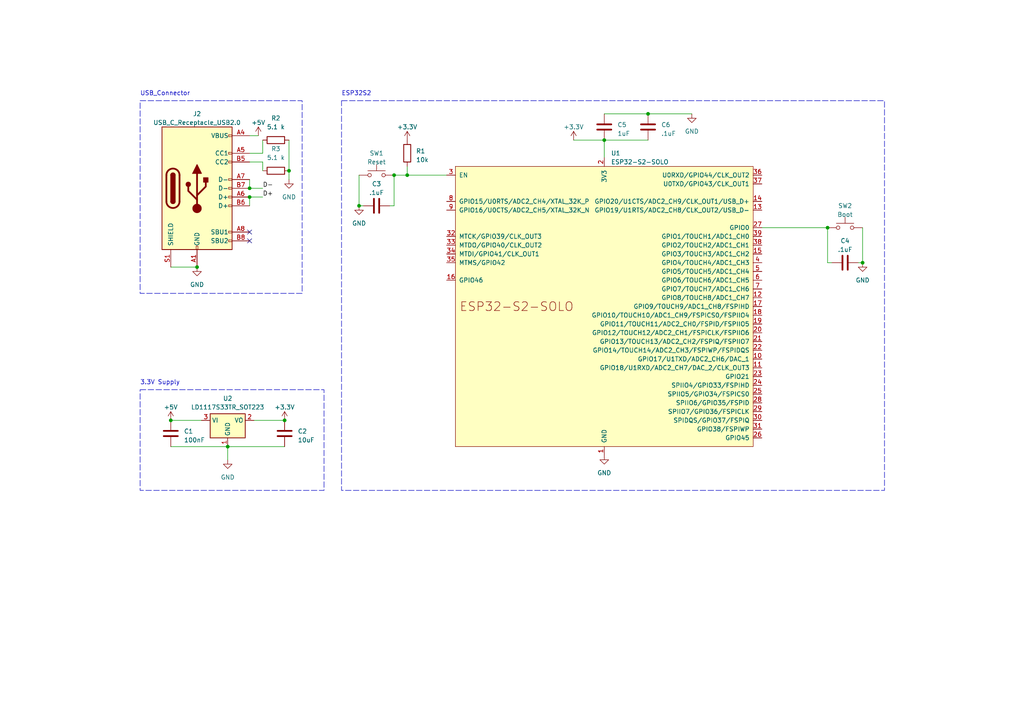
<source format=kicad_sch>
(kicad_sch (version 20250114) (generator "eeschema") (generator_version "9.0")
  (paper "A4")
  (lib_symbols
    (symbol "Connector:USB_C_Receptacle_USB2.0" (pin_names (offset 1.016))
      (property "Reference" "J" (at -10.16 19.05 0))
      (property "Value" "USB_C_Receptacle_USB2.0" (at 19.05 19.05 0))
      (symbol "USB_C_Receptacle_USB2.0_0_0"
        (rectangle (start -0.254 -17.78) (end 0.254 -16.764))
        (rectangle (start 10.16 15.494) (end 9.144 14.986))
        (rectangle (start 10.16 10.414) (end 9.144 9.906))
        (rectangle (start 10.16 7.874) (end 9.144 7.366))
        (rectangle (start 10.16 2.794) (end 9.144 2.286))
        (rectangle (start 10.16 0.254) (end 9.144 -0.254))
        (rectangle (start 10.16 -2.286) (end 9.144 -2.794))
        (rectangle (start 10.16 -4.826) (end 9.144 -5.334))
        (rectangle (start 10.16 -12.446) (end 9.144 -12.954))
        (rectangle (start 10.16 -14.986) (end 9.144 -15.494))
      )
      (symbol "USB_C_Receptacle_USB2.0_0_1"
        (rectangle (start -10.16 17.78) (end 10.16 -17.78) (stroke (width 0.254)) (fill (type background)))
        (polyline (pts (xy -8.89 -3.81) (xy -8.89 3.81)) (stroke (width 0.508)))
        (rectangle (start -7.62 -3.81) (end -6.35 3.81) (stroke (width 0.254)) (fill (type outline)))
        (arc (start -7.62 3.81) (mid -6.985 4.4423) (end -6.35 3.81) (stroke (width 0.254)))
        (arc (start -7.62 3.81) (mid -6.985 4.4423) (end -6.35 3.81) (stroke (width 0.254)) (fill (type outline)))
        (arc (start -8.89 3.81) (mid -6.985 5.7067) (end -5.08 3.81) (stroke (width 0.508)))
        (arc (start -5.08 -3.81) (mid -6.985 -5.7067) (end -8.89 -3.81) (stroke (width 0.508)))
        (arc (start -6.35 -3.81) (mid -6.985 -4.4423) (end -7.62 -3.81) (stroke (width 0.254)))
        (arc (start -6.35 -3.81) (mid -6.985 -4.4423) (end -7.62 -3.81) (stroke (width 0.254)) (fill (type outline)))
        (polyline (pts (xy -5.08 3.81) (xy -5.08 -3.81)) (stroke (width 0.508)))
        (circle (center -2.54 1.143) (radius 0.635) (stroke (width 0.254)) (fill (type outline)))
        (polyline (pts (xy -1.27 4.318) (xy 0 6.858) (xy 1.27 4.318) (xy -1.27 4.318)) (stroke (width 0.254)) (fill (type outline)))
        (polyline (pts (xy 0 -2.032) (xy 2.54 0.508) (xy 2.54 1.778)) (stroke (width 0.508)))
        (polyline (pts (xy 0 -3.302) (xy -2.54 -0.762) (xy -2.54 0.508)) (stroke (width 0.508)))
        (polyline (pts (xy 0 -5.842) (xy 0 4.318)) (stroke (width 0.508)))
        (circle (center 0 -5.842) (radius 1.27) (fill (type outline)))
        (rectangle (start 1.905 1.778) (end 3.175 3.048) (stroke (width 0.254)) (fill (type outline)))
      )
      (symbol "USB_C_Receptacle_USB2.0_1_1"
        (pin passive line (at -7.62 -22.86 90) (length 5.08) (name "SHIELD") (number "S1"))
        (pin passive line (at 0 -22.86 90) (length 5.08) (name "GND") (number "A1"))
        (pin passive line (at 0 -22.86 90) (length 5.08) (hide yes) (name "GND") (number "A12"))
        (pin passive line (at 0 -22.86 90) (length 5.08) (hide yes) (name "GND") (number "B1"))
        (pin passive line (at 0 -22.86 90) (length 5.08) (hide yes) (name "GND") (number "B12"))
        (pin passive line (at 15.24 15.24 180) (length 5.08) (name "VBUS") (number "A4"))
        (pin passive line (at 15.24 15.24 180) (length 5.08) (hide yes) (name "VBUS") (number "A9"))
        (pin passive line (at 15.24 15.24 180) (length 5.08) (hide yes) (name "VBUS") (number "B4"))
        (pin passive line (at 15.24 15.24 180) (length 5.08) (hide yes) (name "VBUS") (number "B9"))
        (pin bidirectional line (at 15.24 10.16 180) (length 5.08) (name "CC1") (number "A5"))
        (pin bidirectional line (at 15.24 7.62 180) (length 5.08) (name "CC2") (number "B5"))
        (pin bidirectional line (at 15.24 2.54 180) (length 5.08) (name "D-") (number "A7"))
        (pin bidirectional line (at 15.24 0 180) (length 5.08) (name "D-") (number "B7"))
        (pin bidirectional line (at 15.24 -2.54 180) (length 5.08) (name "D+") (number "A6"))
        (pin bidirectional line (at 15.24 -5.08 180) (length 5.08) (name "D+") (number "B6"))
        (pin bidirectional line (at 15.24 -12.7 180) (length 5.08) (name "SBU1") (number "A8"))
        (pin bidirectional line (at 15.24 -15.24 180) (length 5.08) (name "SBU2") (number "B8"))
      )
    )
    (symbol "Device:C" (pin_numbers (hide yes)) (pin_names (offset 0.254))
      (property "Reference" "C" (at 0.635 2.54 0))
      (property "Value" "C" (at 0.635 -2.54 0))
      (symbol "C_0_1"
        (polyline (pts (xy -2.032 0.762) (xy 2.032 0.762)) (stroke (width 0.508)))
        (polyline (pts (xy -2.032 -0.762) (xy 2.032 -0.762)) (stroke (width 0.508)))
      )
      (symbol "C_1_1"
        (pin passive line (at 0 3.81 270) (length 2.794) (name "~") (number "1"))
        (pin passive line (at 0 -3.81 90) (length 2.794) (name "~") (number "2"))
      )
    )
    (symbol "Device:R" (pin_numbers (hide yes)) (pin_names (offset 0))
      (property "Reference" "R" (at 2.032 0 90))
      (property "Value" "R" (at 0 0 90))
      (symbol "R_0_1"
        (rectangle (start -1.016 -2.54) (end 1.016 2.54) (stroke (width 0.254)))
      )
      (symbol "R_1_1"
        (pin passive line (at 0 3.81 270) (length 1.27) (name "~") (number "1"))
        (pin passive line (at 0 -3.81 90) (length 1.27) (name "~") (number "2"))
      )
    )
    (symbol "Regulator_Linear:LD1117S33TR_SOT223"
      (property "Reference" "U" (at -3.81 3.175 0))
      (property "Value" "LD1117S33TR_SOT223" (at 0 3.175 0))
      (symbol "LD1117S33TR_SOT223_0_1"
        (rectangle (start -5.08 -5.08) (end 5.08 1.905) (stroke (width 0.254)) (fill (type background)))
      )
      (symbol "LD1117S33TR_SOT223_1_1"
        (pin power_in line (at -7.62 0 0) (length 2.54) (name "VI") (number "3"))
        (pin power_in line (at 0 -7.62 90) (length 2.54) (name "GND") (number "1"))
        (pin power_out line (at 7.62 0 180) (length 2.54) (name "VO") (number "2"))
      )
    )
    (symbol "Switch:SW_Omron_B3FS" (pin_numbers (hide yes)) (pin_names (offset 1.016) (hide yes))
      (property "Reference" "SW" (at 1.27 2.54 0))
      (property "Value" "SW_Omron_B3FS" (at 0 -1.524 0))
      (symbol "SW_Omron_B3FS_0_1"
        (circle (center -2.032 0) (radius 0.508))
        (polyline (pts (xy 0 1.27) (xy 0 3.048)))
        (circle (center 2.032 0) (radius 0.508))
        (polyline (pts (xy 2.54 1.27) (xy -2.54 1.27)))
        (pin passive line (at -5.08 0 0) (length 2.54) (name "1") (number "1"))
        (pin passive line (at 5.08 0 180) (length 2.54) (name "2") (number "2"))
      )
    )
    (symbol "esp32:ESP32-S2-SOLO" (pin_names (offset 1.016))
      (property "Reference" "U" (at -43.18 45.72 0))
      (property "Value" "ESP32-S2-SOLO" (at -43.18 43.18 0))
      (symbol "ESP32-S2-SOLO_0_1"
        (rectangle (start -43.18 40.64) (end 43.18 -40.64) (fill (type background)))
      )
      (symbol "ESP32-S2-SOLO_1_1"
        (text "ESP32-S2-SOLO" (at -25.4 0 0) (effects (font (size 2.54 2.54))))
        (pin bidirectional line (at -45.72 38.1 0) (length 2.54) (name "EN") (number "3"))
        (pin bidirectional line (at -45.72 30.48 0) (length 2.54) (name "GPIO15/U0RTS/ADC2_CH4/XTAL_32K_P") (number "8"))
        (pin bidirectional line (at -45.72 27.94 0) (length 2.54) (name "GPIO16/U0CTS/ADC2_CH5/XTAL_32K_N") (number "9"))
        (pin bidirectional line (at -45.72 20.32 0) (length 2.54) (name "MTCK/GPIO39/CLK_OUT3") (number "32"))
        (pin bidirectional line (at -45.72 17.78 0) (length 2.54) (name "MTDO/GPIO40/CLK_OUT2") (number "33"))
        (pin bidirectional line (at -45.72 15.24 0) (length 2.54) (name "MTDI/GPIO41/CLK_OUT1") (number "34"))
        (pin bidirectional line (at -45.72 12.7 0) (length 2.54) (name "MTMS/GPIO42") (number "35"))
        (pin input line (at -45.72 7.62 0) (length 2.54) (name "GPIO46") (number "16"))
        (pin power_in line (at 0 43.18 270) (length 2.54) (name "3V3") (number "2"))
        (pin power_in line (at 0 -43.18 90) (length 2.54) (name "GND") (number "1"))
        (pin passive line (at 0 -43.18 90) (length 2.54) (hide yes) (name "GND") (number "40"))
        (pin passive line (at 0 -43.18 90) (length 2.54) (hide yes) (name "GND") (number "41"))
        (pin bidirectional line (at 45.72 38.1 180) (length 2.54) (name "U0RXD/GPIO44/CLK_OUT2") (number "36"))
        (pin bidirectional line (at 45.72 35.56 180) (length 2.54) (name "U0TXD/GPIO43/CLK_OUT1") (number "37"))
        (pin bidirectional line (at 45.72 30.48 180) (length 2.54) (name "GPIO20/U1CTS/ADC2_CH9/CLK_OUT1/USB_D+") (number "14"))
        (pin bidirectional line (at 45.72 27.94 180) (length 2.54) (name "GPIO19/U1RTS/ADC2_CH8/CLK_OUT2/USB_D-") (number "13"))
        (pin bidirectional line (at 45.72 22.86 180) (length 2.54) (name "GPIO0") (number "27"))
        (pin bidirectional line (at 45.72 20.32 180) (length 2.54) (name "GPIO1/TOUCH1/ADC1_CH0") (number "39"))
        (pin bidirectional line (at 45.72 17.78 180) (length 2.54) (name "GPIO2/TOUCH2/ADC1_CH1") (number "38"))
        (pin bidirectional line (at 45.72 15.24 180) (length 2.54) (name "GPIO3/TOUCH3/ADC1_CH2") (number "15"))
        (pin bidirectional line (at 45.72 12.7 180) (length 2.54) (name "GPIO4/TOUCH4/ADC1_CH3") (number "4"))
        (pin bidirectional line (at 45.72 10.16 180) (length 2.54) (name "GPIO5/TOUCH5/ADC1_CH4") (number "5"))
        (pin bidirectional line (at 45.72 7.62 180) (length 2.54) (name "GPIO6/TOUCH6/ADC1_CH5") (number "6"))
        (pin bidirectional line (at 45.72 5.08 180) (length 2.54) (name "GPIO7/TOUCH7/ADC1_CH6") (number "7"))
        (pin bidirectional line (at 45.72 2.54 180) (length 2.54) (name "GPIO8/TOUCH8/ADC1_CH7") (number "12"))
        (pin bidirectional line (at 45.72 0 180) (length 2.54) (name "GPIO9/TOUCH9/ADC1_CH8/FSPIHD") (number "17"))
        (pin bidirectional line (at 45.72 -2.54 180) (length 2.54) (name "GPIO10/TOUCH10/ADC1_CH9/FSPICS0/FSPIIO4") (number "18"))
        (pin bidirectional line (at 45.72 -5.08 180) (length 2.54) (name "GPIO11/TOUCH11/ADC2_CH0/FSPID/FSPIIO5") (number "19"))
        (pin bidirectional line (at 45.72 -7.62 180) (length 2.54) (name "GPIO12/TOUCH12/ADC2_CH1/FSPICLK/FSPIIO6") (number "20"))
        (pin bidirectional line (at 45.72 -10.16 180) (length 2.54) (name "GPIO13/TOUCH13/ADC2_CH2/FSPIQ/FSPIIO7") (number "21"))
        (pin bidirectional line (at 45.72 -12.7 180) (length 2.54) (name "GPIO14/TOUCH14/ADC2_CH3/FSPIWP/FSPIDQS") (number "22"))
        (pin bidirectional line (at 45.72 -15.24 180) (length 2.54) (name "GPIO17/U1TXD/ADC2_CH6/DAC_1") (number "10"))
        (pin bidirectional line (at 45.72 -17.78 180) (length 2.54) (name "GPIO18/U1RXD/ADC2_CH7/DAC_2/CLK_OUT3") (number "11"))
        (pin bidirectional line (at 45.72 -20.32 180) (length 2.54) (name "GPIO21") (number "23"))
        (pin bidirectional line (at 45.72 -22.86 180) (length 2.54) (name "SPIIO4/GPIO33/FSPIHD") (number "24"))
        (pin bidirectional line (at 45.72 -25.4 180) (length 2.54) (name "SPIIO5/GPIO34/FSPICS0") (number "25"))
        (pin bidirectional line (at 45.72 -27.94 180) (length 2.54) (name "SPIIO6/GPIO35/FSPID") (number "28"))
        (pin bidirectional line (at 45.72 -30.48 180) (length 2.54) (name "SPIIO7/GPIO36/FSPICLK") (number "29"))
        (pin bidirectional line (at 45.72 -33.02 180) (length 2.54) (name "SPIDQS/GPIO37/FSPIQ") (number "30"))
        (pin bidirectional line (at 45.72 -35.56 180) (length 2.54) (name "GPIO38/FSPIWP") (number "31"))
        (pin bidirectional line (at 45.72 -38.1 180) (length 2.54) (name "GPIO45") (number "26"))
      )
    )
    (symbol "power:+3.3V" (power) (pin_names (offset 0))
      (property "Value" "+3.3V" (at 0 3.556 0))
      (symbol "+3.3V_0_1"
        (polyline (pts (xy -0.762 1.27) (xy 0 2.54)))
        (polyline (pts (xy 0 2.54) (xy 0.762 1.27)))
        (polyline (pts (xy 0 0) (xy 0 2.54)))
      )
      (symbol "+3.3V_1_1"
        (pin power_in line (at 0 0 90) (length 0) (hide yes) (name "+3.3V") (number "1"))
      )
    )
    (symbol "power:+5V" (power) (pin_names (offset 0))
      (property "Value" "+5V" (at 0 3.556 0))
      (symbol "+5V_0_1"
        (polyline (pts (xy -0.762 1.27) (xy 0 2.54)))
        (polyline (pts (xy 0 2.54) (xy 0.762 1.27)))
        (polyline (pts (xy 0 0) (xy 0 2.54)))
      )
      (symbol "+5V_1_1"
        (pin power_in line (at 0 0 90) (length 0) (hide yes) (name "+5V") (number "1"))
      )
    )
    (symbol "power:GND" (power) (pin_names (offset 0))
      (property "Value" "GND" (at 0 -3.81 0))
      (symbol "GND_0_1"
        (polyline (pts (xy 0 0) (xy 0 -1.27) (xy 1.27 -1.27) (xy 0 -2.54) (xy -1.27 -1.27) (xy 0 -1.27)))
      )
      (symbol "GND_1_1"
        (pin power_in line (at 0 0 270) (length 0) (hide yes) (name "GND") (number "1"))
      )
    )
  )
  (rectangle (start 40.64 113.03) (end 93.98 142.24) (stroke (width 0) (type dash)))
  (rectangle (start 40.64 29.21) (end 87.63 85.09) (stroke (width 0) (type dash)))
  (rectangle (start 99.06 29.21) (end 256.54 142.24) (stroke (width 0) (type dash)))
  (text "USB_Connector" (at 40.64 27.94 0) (effects (font (size 1.27 1.27)) (justify left bottom)))
  (text "ESP32S2" (at 99.06 27.94 0) (effects (font (size 1.27 1.27)) (justify left bottom)))
  (text "3.3V Supply" (at 40.64 111.76 0) (effects (font (size 1.27 1.27)) (justify left bottom)))
  (junction (at 114.3 50.8))
  (junction (at 82.55 121.92))
  (junction (at 240.03 66.04))
  (junction (at 83.82 49.53))
  (junction (at 72.39 54.61))
  (junction (at 66.04 129.54))
  (junction (at 187.96 33.02))
  (junction (at 57.15 77.47))
  (junction (at 118.11 50.8))
  (junction (at 104.14 59.69))
  (junction (at 72.39 57.15))
  (junction (at 175.26 40.64))
  (junction (at 250.19 76.2))
  (junction (at 49.53 121.92))
  (no_connect (at 72.39 69.85))
  (no_connect (at 72.39 67.31))
  (wire (pts (xy 72.39 39.37) (xy 74.93 39.37)))
  (wire (pts (xy 72.39 46.99) (xy 76.2 46.99)))
  (wire (pts (xy 118.11 50.8) (xy 114.3 50.8)))
  (wire (pts (xy 73.66 121.92) (xy 82.55 121.92)))
  (wire (pts (xy 72.39 57.15) (xy 72.39 59.69)))
  (wire (pts (xy 118.11 50.8) (xy 129.54 50.8)))
  (wire (pts (xy 175.26 40.64) (xy 175.26 45.72)))
  (wire (pts (xy 76.2 44.45) (xy 76.2 40.64)))
  (wire (pts (xy 49.53 121.92) (xy 58.42 121.92)))
  (wire (pts (xy 175.26 40.64) (xy 187.96 40.64)))
  (wire (pts (xy 240.03 66.04) (xy 240.03 76.2)))
  (wire (pts (xy 114.3 50.8) (xy 114.3 59.69)))
  (wire (pts (xy 113.03 59.69) (xy 114.3 59.69)))
  (wire (pts (xy 250.19 76.2) (xy 248.92 76.2)))
  (wire (pts (xy 105.41 59.69) (xy 104.14 59.69)))
  (wire (pts (xy 175.26 33.02) (xy 187.96 33.02)))
  (wire (pts (xy 72.39 54.61) (xy 76.2 54.61)))
  (wire (pts (xy 72.39 52.07) (xy 72.39 54.61)))
  (wire (pts (xy 83.82 49.53) (xy 83.82 52.07)))
  (wire (pts (xy 83.82 40.64) (xy 83.82 49.53)))
  (wire (pts (xy 104.14 59.69) (xy 104.14 50.8)))
  (wire (pts (xy 76.2 46.99) (xy 76.2 49.53)))
  (wire (pts (xy 166.37 40.64) (xy 175.26 40.64)))
  (wire (pts (xy 250.19 66.04) (xy 250.19 76.2)))
  (wire (pts (xy 72.39 44.45) (xy 76.2 44.45)))
  (wire (pts (xy 220.98 66.04) (xy 240.03 66.04)))
  (wire (pts (xy 49.53 129.54) (xy 66.04 129.54)))
  (wire (pts (xy 241.3 76.2) (xy 240.03 76.2)))
  (wire (pts (xy 66.04 129.54) (xy 66.04 133.35)))
  (wire (pts (xy 49.53 77.47) (xy 57.15 77.47)))
  (wire (pts (xy 66.04 129.54) (xy 82.55 129.54)))
  (wire (pts (xy 72.39 57.15) (xy 76.2 57.15)))
  (wire (pts (xy 187.96 33.02) (xy 200.66 33.02)))
  (wire (pts (xy 118.11 48.26) (xy 118.11 50.8)))
  (label "D+" (at 76.2 57.15 0))
  (label "D-" (at 76.2 54.61 0))
  (symbol (lib_id "power:+3.3V") (at 166.37 40.64 0) (unit 1)
    (property "Reference" "#PWR010" (effects (hide yes)))
    (property "Value" "+3.3V" (at 166.37 36.83 0))
  )
  (symbol (lib_id "power:GND") (at 66.04 133.35 0) (unit 1)
    (property "Reference" "#PWR01" (effects (hide yes)))
    (property "Value" "GND" (at 66.04 138.43 0))
  )
  (symbol (lib_id "power:+5V") (at 49.53 121.92 0) (unit 1)
    (property "Reference" "#PWR02" (effects (hide yes)))
    (property "Value" "+5V" (at 49.53 118.11 0))
  )
  (symbol (lib_id "Device:C") (at 175.26 36.83 0) (unit 1)
    (property "Reference" "C5" (at 179.07 36.195 0) (effects (justify left)))
    (property "Value" "1uF" (at 179.07 38.735 0) (effects (justify left)))
  )
  (symbol (lib_id "Device:R") (at 80.01 49.53 270) (unit 1)
    (property "Reference" "R3" (at 80.01 43.18 90))
    (property "Value" "5.1 k" (at 80.01 45.72 90))
  )
  (symbol (lib_id "Switch:SW_Omron_B3FS") (at 245.11 66.04 0) (unit 1)
    (property "Reference" "SW2" (at 245.11 59.69 0))
    (property "Value" "Boot" (at 245.11 62.23 0))
    (property "Datasheet" "https://omronfs.omron.com/en_US/ecb/products/pdf/en-b3fs.pdf" (effects (hide yes)))
  )
  (symbol (lib_id "esp32:ESP32-S2-SOLO") (at 175.26 88.9 0) (unit 1)
    (property "Reference" "U1" (at 177.2159 44.45 0) (effects (justify left)))
    (property "Value" "ESP32-S2-SOLO" (at 177.2159 46.99 0) (effects (justify left)))
    (property "Footprint" "PCM_Espressif:ESP32-S2-SOLO" (effects (hide yes)))
    (property "Datasheet" "https://www.espressif.com/sites/default/files/documentation/esp32-s2-solo_esp32-s2-solo-u_datasheet_en.pdf" (effects (hide yes)))
  )
  (symbol (lib_id "Device:R") (at 80.01 40.64 90) (unit 1)
    (property "Reference" "R2" (at 80.01 34.29 90))
    (property "Value" "5.1 k" (at 80.01 36.83 90))
  )
  (symbol (lib_id "Device:C") (at 245.11 76.2 90) (unit 1)
    (property "Reference" "C4" (at 245.11 69.85 90))
    (property "Value" ".1uF" (at 245.11 72.39 90))
  )
  (symbol (lib_id "power:GND") (at 83.82 52.07 0) (unit 1)
    (property "Reference" "#PWR012" (effects (hide yes)))
    (property "Value" "GND" (at 83.82 57.15 0))
  )
  (symbol (lib_id "power:+3.3V") (at 82.55 121.92 0) (unit 1)
    (property "Reference" "#PWR03" (effects (hide yes)))
    (property "Value" "+3.3V" (at 82.55 118.11 0))
  )
  (symbol (lib_id "power:GND") (at 175.26 132.08 0) (unit 1)
    (property "Reference" "#PWR06" (effects (hide yes)))
    (property "Value" "GND" (at 175.26 137.16 0))
  )
  (symbol (lib_id "Device:C") (at 109.22 59.69 90) (unit 1)
    (property "Reference" "C3" (at 109.22 53.34 90))
    (property "Value" ".1uF" (at 109.22 55.88 90))
  )
  (symbol (lib_id "Device:R") (at 118.11 44.45 0) (unit 1)
    (property "Reference" "R1" (at 120.65 43.815 0) (effects (justify left)))
    (property "Value" "10k" (at 120.65 46.355 0) (effects (justify left)))
  )
  (symbol (lib_id "Device:C") (at 187.96 36.83 0) (unit 1)
    (property "Reference" "C6" (at 191.77 36.195 0) (effects (justify left)))
    (property "Value" ".1uF" (at 191.77 38.735 0) (effects (justify left)))
  )
  (symbol (lib_id "Device:C") (at 49.53 125.73 0) (unit 1)
    (property "Reference" "C1" (at 53.34 125.095 0) (effects (justify left)))
    (property "Value" "100nF" (at 53.34 127.635 0) (effects (justify left)))
  )
  (symbol (lib_id "power:GND") (at 200.66 33.02 0) (unit 1)
    (property "Reference" "#PWR011" (effects (hide yes)))
    (property "Value" "GND" (at 200.66 38.1 0))
  )
  (symbol (lib_id "power:+5V") (at 74.93 39.37 0) (unit 1)
    (property "Reference" "#PWR04" (effects (hide yes)))
    (property "Value" "+5V" (at 74.93 35.56 0))
  )
  (symbol (lib_id "Regulator_Linear:LD1117S33TR_SOT223") (at 66.04 121.92 0) (unit 1)
    (property "Reference" "U2" (at 66.04 115.57 0))
    (property "Value" "LD1117S33TR_SOT223" (at 66.04 118.11 0))
    (property "Footprint" "Package_TO_SOT_SMD:SOT-223-3_TabPin2" (effects (hide yes)))
    (property "Datasheet" "http://www.st.com/st-web-ui/static/active/en/resource/technical/document/datasheet/CD00000544.pdf" (effects (hide yes)))
  )
  (symbol (lib_id "Connector:USB_C_Receptacle_USB2.0") (at 57.15 54.61 0) (unit 1)
    (property "Reference" "J2" (at 57.15 33.02 0))
    (property "Value" "USB_C_Receptacle_USB2.0" (at 57.15 35.56 0))
    (property "Datasheet" "https://www.usb.org/sites/default/files/documents/usb_type-c.zip" (effects (hide yes)))
    (property "Digikey" "https://www.digikey.com/en/products/detail/jae-electronics/dx07s016ja1r1500/11585731" (effects (hide yes)))
  )
  (symbol (lib_id "Switch:SW_Omron_B3FS") (at 109.22 50.8 0) (unit 1)
    (property "Reference" "SW1" (at 109.22 44.45 0))
    (property "Value" "Reset" (at 109.22 46.99 0))
    (property "Datasheet" "https://omronfs.omron.com/en_US/ecb/products/pdf/en-b3fs.pdf" (effects (hide yes)))
  )
  (symbol (lib_id "power:GND") (at 57.15 77.47 0) (unit 1)
    (property "Reference" "#PWR05" (effects (hide yes)))
    (property "Value" "GND" (at 57.15 82.55 0))
  )
  (symbol (lib_id "Device:C") (at 82.55 125.73 0) (unit 1)
    (property "Reference" "C2" (at 86.36 125.095 0) (effects (justify left)))
    (property "Value" "10uF" (at 86.36 127.635 0) (effects (justify left)))
  )
  (symbol (lib_id "power:GND") (at 250.19 76.2 0) (unit 1)
    (property "Reference" "#PWR07" (effects (hide yes)))
    (property "Value" "GND" (at 250.19 81.28 0))
  )
  (symbol (lib_id "power:GND") (at 104.14 59.69 0) (unit 1)
    (property "Reference" "#PWR09" (effects (hide yes)))
    (property "Value" "GND" (at 104.14 64.77 0))
  )
  (symbol (lib_id "power:+3.3V") (at 118.11 40.64 0) (unit 1)
    (property "Reference" "#PWR08" (effects (hide yes)))
    (property "Value" "+3.3V" (at 118.11 36.83 0))
  )
)
</source>
